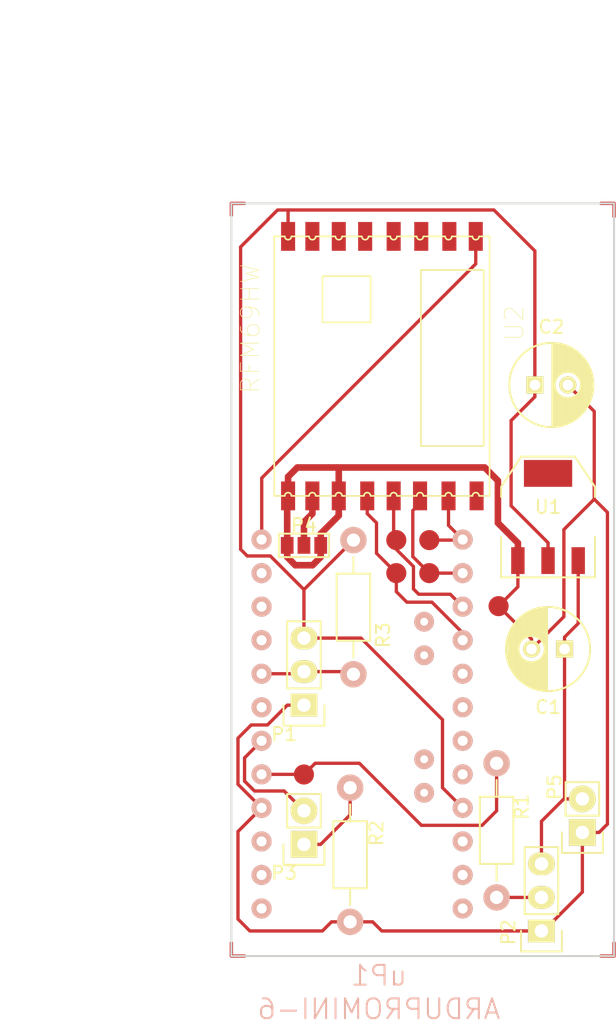
<source format=kicad_pcb>
(kicad_pcb (version 4) (host pcbnew 4.0.2-stable)

  (general
    (links 37)
    (no_connects 0)
    (area 23.100001 32.75 71.89881 110.145)
    (thickness 1.6)
    (drawings 6)
    (tracks 163)
    (zones 0)
    (modules 19)
    (nets 15)
  )

  (page A4)
  (layers
    (0 F.Cu signal)
    (31 B.Cu signal)
    (32 B.Adhes user)
    (33 F.Adhes user)
    (34 B.Paste user)
    (35 F.Paste user)
    (36 B.SilkS user)
    (37 F.SilkS user)
    (38 B.Mask user)
    (39 F.Mask user)
    (40 Dwgs.User user)
    (41 Cmts.User user)
    (42 Eco1.User user)
    (43 Eco2.User user)
    (44 Edge.Cuts user)
    (45 Margin user)
    (46 B.CrtYd user)
    (47 F.CrtYd user)
    (48 B.Fab user)
    (49 F.Fab user)
  )

  (setup
    (last_trace_width 0.25)
    (trace_clearance 0.2)
    (zone_clearance 0.508)
    (zone_45_only no)
    (trace_min 0.2)
    (segment_width 0.2)
    (edge_width 0.15)
    (via_size 0.6)
    (via_drill 0.4)
    (via_min_size 0.4)
    (via_min_drill 0.3)
    (uvia_size 0.3)
    (uvia_drill 0.1)
    (uvias_allowed no)
    (uvia_min_size 0.2)
    (uvia_min_drill 0.1)
    (pcb_text_width 0.3)
    (pcb_text_size 1.5 1.5)
    (mod_edge_width 0.15)
    (mod_text_size 1 1)
    (mod_text_width 0.15)
    (pad_size 1.524 1.524)
    (pad_drill 0.762)
    (pad_to_mask_clearance 0.2)
    (aux_axis_origin 0 0)
    (visible_elements FFFFFF7F)
    (pcbplotparams
      (layerselection 0x00030_80000001)
      (usegerberextensions false)
      (excludeedgelayer true)
      (linewidth 1.000000)
      (plotframeref false)
      (viasonmask false)
      (mode 1)
      (useauxorigin false)
      (hpglpennumber 1)
      (hpglpenspeed 20)
      (hpglpendiameter 15)
      (hpglpenoverlay 2)
      (psnegative false)
      (psa4output false)
      (plotreference true)
      (plotvalue true)
      (plotinvisibletext false)
      (padsonsilk false)
      (subtractmaskfromsilk false)
      (outputformat 1)
      (mirror false)
      (drillshape 1)
      (scaleselection 1)
      (outputdirectory ""))
  )

  (net 0 "")
  (net 1 GND)
  (net 2 +5V)
  (net 3 "Net-(C2-Pad1)")
  (net 4 "Net-(P1-Pad2)")
  (net 5 "Net-(P2-Pad2)")
  (net 6 "Net-(P3-Pad1)")
  (net 7 "Net-(P3-Pad2)")
  (net 8 "Net-(P4-Pad2)")
  (net 9 "Net-(R1-Pad1)")
  (net 10 "Net-(U2-PadRESE)")
  (net 11 "Net-(U2-PadSCK)")
  (net 12 "Net-(U2-PadMISO)")
  (net 13 "Net-(U2-PadMOSI)")
  (net 14 "Net-(U2-PadNSS)")

  (net_class Default "This is the default net class."
    (clearance 0.2)
    (trace_width 0.25)
    (via_dia 0.6)
    (via_drill 0.4)
    (uvia_dia 0.3)
    (uvia_drill 0.1)
    (add_net +5V)
    (add_net GND)
    (add_net "Net-(C2-Pad1)")
    (add_net "Net-(P1-Pad2)")
    (add_net "Net-(P2-Pad2)")
    (add_net "Net-(P3-Pad1)")
    (add_net "Net-(P3-Pad2)")
    (add_net "Net-(P4-Pad2)")
    (add_net "Net-(R1-Pad1)")
    (add_net "Net-(U2-PadMISO)")
    (add_net "Net-(U2-PadMOSI)")
    (add_net "Net-(U2-PadNSS)")
    (add_net "Net-(U2-PadRESE)")
    (add_net "Net-(U2-PadSCK)")
  )

  (net_class RF ""
    (clearance 0.2)
    (trace_width 0.5)
    (via_dia 0.6)
    (via_drill 0.4)
    (uvia_dia 0.3)
    (uvia_drill 0.1)
  )

  (module ArduProMiniTKB:ArduProMini-6 (layer B.Cu) (tedit 5767CBCA) (tstamp 575FD055)
    (at 40.75 107.55)
    (path /575F2622)
    (fp_text reference uP1 (at 11.43 -1.27) (layer B.SilkS)
      (effects (font (size 1.5 1.5) (thickness 0.15)) (justify mirror))
    )
    (fp_text value ARDUPROMINI-6 (at 11.43 1.27) (layer B.SilkS)
      (effects (font (size 1.5 1.5) (thickness 0.15)) (justify mirror))
    )
    (pad 7 thru_hole circle (at 2.54 -6.35) (size 1.524 1.524) (drill 0.762) (layers *.Cu *.Mask B.SilkS))
    (pad 8 thru_hole circle (at 2.54 -8.89) (size 1.524 1.524) (drill 0.762) (layers *.Cu *.Mask B.SilkS))
    (pad 9 thru_hole circle (at 2.54 -11.43) (size 1.524 1.524) (drill 0.762) (layers *.Cu *.Mask B.SilkS))
    (pad 10 thru_hole circle (at 2.54 -13.97) (size 1.524 1.524) (drill 0.762) (layers *.Cu *.Mask B.SilkS)
      (net 1 GND))
    (pad 11 thru_hole circle (at 2.54 -16.51) (size 1.524 1.524) (drill 0.762) (layers *.Cu *.Mask B.SilkS)
      (net 9 "Net-(R1-Pad1)"))
    (pad 12 thru_hole circle (at 2.54 -19.05) (size 1.524 1.524) (drill 0.762) (layers *.Cu *.Mask B.SilkS)
      (net 7 "Net-(P3-Pad2)"))
    (pad 13 thru_hole circle (at 2.54 -21.59) (size 1.524 1.524) (drill 0.762) (layers *.Cu *.Mask B.SilkS))
    (pad 14 thru_hole circle (at 2.54 -24.13) (size 1.524 1.524) (drill 0.762) (layers *.Cu *.Mask B.SilkS)
      (net 4 "Net-(P1-Pad2)"))
    (pad 15 thru_hole circle (at 2.54 -26.67) (size 1.524 1.524) (drill 0.762) (layers *.Cu *.Mask B.SilkS))
    (pad 16 thru_hole circle (at 2.54 -29.21) (size 1.524 1.524) (drill 0.762) (layers *.Cu *.Mask B.SilkS))
    (pad 17 thru_hole circle (at 2.54 -31.75) (size 1.524 1.524) (drill 0.762) (layers *.Cu *.Mask B.SilkS))
    (pad 18 thru_hole circle (at 2.54 -34.29) (size 1.524 1.524) (drill 0.762) (layers *.Cu *.Mask B.SilkS)
      (net 10 "Net-(U2-PadRESE)"))
    (pad 19 thru_hole circle (at 17.78 -6.35) (size 1.524 1.524) (drill 0.762) (layers *.Cu *.Mask B.SilkS))
    (pad 20 thru_hole circle (at 17.78 -8.89) (size 1.524 1.524) (drill 0.762) (layers *.Cu *.Mask B.SilkS))
    (pad 21 thru_hole circle (at 17.78 -11.43) (size 1.524 1.524) (drill 0.762) (layers *.Cu *.Mask B.SilkS))
    (pad 22 thru_hole circle (at 17.78 -13.97) (size 1.524 1.524) (drill 0.762) (layers *.Cu *.Mask B.SilkS)
      (net 3 "Net-(C2-Pad1)"))
    (pad 23 thru_hole circle (at 17.78 -16.51) (size 1.524 1.524) (drill 0.762) (layers *.Cu *.Mask B.SilkS))
    (pad 24 thru_hole circle (at 17.78 -19.05) (size 1.524 1.524) (drill 0.762) (layers *.Cu *.Mask B.SilkS))
    (pad 25 thru_hole circle (at 17.78 -21.59) (size 1.524 1.524) (drill 0.762) (layers *.Cu *.Mask B.SilkS))
    (pad 26 thru_hole circle (at 17.78 -24.13) (size 1.524 1.524) (drill 0.762) (layers *.Cu *.Mask B.SilkS))
    (pad 27 thru_hole circle (at 17.78 -26.67) (size 1.524 1.524) (drill 0.762) (layers *.Cu *.Mask B.SilkS)
      (net 11 "Net-(U2-PadSCK)"))
    (pad 28 thru_hole circle (at 17.78 -29.21) (size 1.524 1.524) (drill 0.762) (layers *.Cu *.Mask B.SilkS)
      (net 12 "Net-(U2-PadMISO)"))
    (pad 29 thru_hole circle (at 17.78 -31.75) (size 1.524 1.524) (drill 0.762) (layers *.Cu *.Mask B.SilkS)
      (net 13 "Net-(U2-PadMOSI)"))
    (pad 30 thru_hole circle (at 17.78 -34.29) (size 1.524 1.524) (drill 0.762) (layers *.Cu *.Mask B.SilkS)
      (net 14 "Net-(U2-PadNSS)"))
    (pad 31 thru_hole circle (at 14.859 -15.113) (size 1.5 1.5) (drill 0.6) (layers *.Cu *.Mask B.SilkS))
    (pad 32 thru_hole circle (at 14.859 -17.653) (size 1.5 1.5) (drill 0.6) (layers *.Cu *.Mask B.SilkS))
    (pad 34 thru_hole circle (at 14.859 -25.527) (size 1.5 1.5) (drill 0.6) (layers *.Cu *.Mask B.SilkS))
    (pad 35 thru_hole circle (at 14.859 -28.067) (size 1.5 1.5) (drill 0.6) (layers *.Cu *.Mask B.SilkS))
  )

  (module Measurement_Points:Measurement_Point_Round-SMD-Pad_Small (layer F.Cu) (tedit 5767CDD2) (tstamp 575FD069)
    (at 53.5 73.3)
    (descr "Mesurement Point, Round, SMD Pad, DM 1.5mm,")
    (tags "Mesurement Point, Round, SMD Pad, DM 1.5mm,")
    (path /575FCAC3)
    (fp_text reference "" (at 0 -1.3) (layer F.SilkS)
      (effects (font (size 1 1) (thickness 0.15)))
    )
    (fp_text value "" (at -1.5 4.2 90) (layer F.Fab)
      (effects (font (size 1 1) (thickness 0.15)))
    )
    (pad 1 smd circle (at 0 0) (size 1.524 1.524) (layers F.Cu F.Paste F.Mask)
      (net 12 "Net-(U2-PadMISO)"))
  )

  (module Resistors_ThroughHole:Resistor_Horizontal_RM10mm (layer F.Cu) (tedit 5767CCAF) (tstamp 575FD00D)
    (at 61.1 90.2 270)
    (descr "Resistor, Axial,  RM 10mm, 1/3W")
    (tags "Resistor Axial RM 10mm 1/3W")
    (path /575FC5F1)
    (fp_text reference R1 (at 3.3 -1.9 270) (layer F.SilkS)
      (effects (font (size 1 1) (thickness 0.15)))
    )
    (fp_text value 470 (at 5.3 0.1 270) (layer F.Fab)
      (effects (font (size 1 1) (thickness 0.15)))
    )
    (fp_line (start -1.25 -1.5) (end 11.4 -1.5) (layer F.CrtYd) (width 0.05))
    (fp_line (start -1.25 1.5) (end -1.25 -1.5) (layer F.CrtYd) (width 0.05))
    (fp_line (start 11.4 -1.5) (end 11.4 1.5) (layer F.CrtYd) (width 0.05))
    (fp_line (start -1.25 1.5) (end 11.4 1.5) (layer F.CrtYd) (width 0.05))
    (fp_line (start 2.54 -1.27) (end 7.62 -1.27) (layer F.SilkS) (width 0.15))
    (fp_line (start 7.62 -1.27) (end 7.62 1.27) (layer F.SilkS) (width 0.15))
    (fp_line (start 7.62 1.27) (end 2.54 1.27) (layer F.SilkS) (width 0.15))
    (fp_line (start 2.54 1.27) (end 2.54 -1.27) (layer F.SilkS) (width 0.15))
    (fp_line (start 2.54 0) (end 1.27 0) (layer F.SilkS) (width 0.15))
    (fp_line (start 7.62 0) (end 8.89 0) (layer F.SilkS) (width 0.15))
    (pad 1 thru_hole circle (at 0 0 270) (size 1.99898 1.99898) (drill 1.00076) (layers *.Cu *.SilkS *.Mask)
      (net 9 "Net-(R1-Pad1)"))
    (pad 2 thru_hole circle (at 10.16 0 270) (size 1.99898 1.99898) (drill 1.00076) (layers *.Cu *.SilkS *.Mask)
      (net 5 "Net-(P2-Pad2)"))
    (model Resistors_ThroughHole.3dshapes/Resistor_Horizontal_RM10mm.wrl
      (at (xyz 0 0 0))
      (scale (xyz 0.4 0.4 0.4))
      (rotate (xyz 0 0 0))
    )
  )

  (module Pin_Headers:Pin_Header_Straight_1x03 (layer F.Cu) (tedit 5767CC99) (tstamp 575FCFF5)
    (at 64.5 102.9 180)
    (descr "Through hole pin header")
    (tags "pin header")
    (path /575FC5BE)
    (fp_text reference P2 (at 2.5 -0.1 450) (layer F.SilkS)
      (effects (font (size 1 1) (thickness 0.15)))
    )
    (fp_text value CONN_PIR (at -2.5 1.9 270) (layer F.Fab)
      (effects (font (size 1 1) (thickness 0.15)))
    )
    (fp_line (start -1.75 -1.75) (end -1.75 6.85) (layer F.CrtYd) (width 0.05))
    (fp_line (start 1.75 -1.75) (end 1.75 6.85) (layer F.CrtYd) (width 0.05))
    (fp_line (start -1.75 -1.75) (end 1.75 -1.75) (layer F.CrtYd) (width 0.05))
    (fp_line (start -1.75 6.85) (end 1.75 6.85) (layer F.CrtYd) (width 0.05))
    (fp_line (start -1.27 1.27) (end -1.27 6.35) (layer F.SilkS) (width 0.15))
    (fp_line (start -1.27 6.35) (end 1.27 6.35) (layer F.SilkS) (width 0.15))
    (fp_line (start 1.27 6.35) (end 1.27 1.27) (layer F.SilkS) (width 0.15))
    (fp_line (start 1.55 -1.55) (end 1.55 0) (layer F.SilkS) (width 0.15))
    (fp_line (start 1.27 1.27) (end -1.27 1.27) (layer F.SilkS) (width 0.15))
    (fp_line (start -1.55 0) (end -1.55 -1.55) (layer F.SilkS) (width 0.15))
    (fp_line (start -1.55 -1.55) (end 1.55 -1.55) (layer F.SilkS) (width 0.15))
    (pad 1 thru_hole rect (at 0 0 180) (size 2.032 1.7272) (drill 1.016) (layers *.Cu *.Mask F.SilkS)
      (net 1 GND))
    (pad 2 thru_hole oval (at 0 2.54 180) (size 2.032 1.7272) (drill 1.016) (layers *.Cu *.Mask F.SilkS)
      (net 5 "Net-(P2-Pad2)"))
    (pad 3 thru_hole oval (at 0 5.08 180) (size 2.032 1.7272) (drill 1.016) (layers *.Cu *.Mask F.SilkS)
      (net 2 +5V))
    (model Pin_Headers.3dshapes/Pin_Header_Straight_1x03.wrl
      (at (xyz 0 -0.1 0))
      (scale (xyz 1 1 1))
      (rotate (xyz 0 0 90))
    )
  )

  (module Capacitors_ThroughHole:C_Radial_D6.3_L11.2_P2.5 (layer F.Cu) (tedit 0) (tstamp 575FCFE1)
    (at 66.25 81.55 180)
    (descr "Radial Electrolytic Capacitor, Diameter 6.3mm x Length 11.2mm, Pitch 2.5mm")
    (tags "Electrolytic Capacitor")
    (path /575FBCE7)
    (fp_text reference C1 (at 1.25 -4.4 180) (layer F.SilkS)
      (effects (font (size 1 1) (thickness 0.15)))
    )
    (fp_text value 10uF (at 1.25 4.4 180) (layer F.Fab)
      (effects (font (size 1 1) (thickness 0.15)))
    )
    (fp_line (start 1.325 -3.149) (end 1.325 3.149) (layer F.SilkS) (width 0.15))
    (fp_line (start 1.465 -3.143) (end 1.465 3.143) (layer F.SilkS) (width 0.15))
    (fp_line (start 1.605 -3.13) (end 1.605 -0.446) (layer F.SilkS) (width 0.15))
    (fp_line (start 1.605 0.446) (end 1.605 3.13) (layer F.SilkS) (width 0.15))
    (fp_line (start 1.745 -3.111) (end 1.745 -0.656) (layer F.SilkS) (width 0.15))
    (fp_line (start 1.745 0.656) (end 1.745 3.111) (layer F.SilkS) (width 0.15))
    (fp_line (start 1.885 -3.085) (end 1.885 -0.789) (layer F.SilkS) (width 0.15))
    (fp_line (start 1.885 0.789) (end 1.885 3.085) (layer F.SilkS) (width 0.15))
    (fp_line (start 2.025 -3.053) (end 2.025 -0.88) (layer F.SilkS) (width 0.15))
    (fp_line (start 2.025 0.88) (end 2.025 3.053) (layer F.SilkS) (width 0.15))
    (fp_line (start 2.165 -3.014) (end 2.165 -0.942) (layer F.SilkS) (width 0.15))
    (fp_line (start 2.165 0.942) (end 2.165 3.014) (layer F.SilkS) (width 0.15))
    (fp_line (start 2.305 -2.968) (end 2.305 -0.981) (layer F.SilkS) (width 0.15))
    (fp_line (start 2.305 0.981) (end 2.305 2.968) (layer F.SilkS) (width 0.15))
    (fp_line (start 2.445 -2.915) (end 2.445 -0.998) (layer F.SilkS) (width 0.15))
    (fp_line (start 2.445 0.998) (end 2.445 2.915) (layer F.SilkS) (width 0.15))
    (fp_line (start 2.585 -2.853) (end 2.585 -0.996) (layer F.SilkS) (width 0.15))
    (fp_line (start 2.585 0.996) (end 2.585 2.853) (layer F.SilkS) (width 0.15))
    (fp_line (start 2.725 -2.783) (end 2.725 -0.974) (layer F.SilkS) (width 0.15))
    (fp_line (start 2.725 0.974) (end 2.725 2.783) (layer F.SilkS) (width 0.15))
    (fp_line (start 2.865 -2.704) (end 2.865 -0.931) (layer F.SilkS) (width 0.15))
    (fp_line (start 2.865 0.931) (end 2.865 2.704) (layer F.SilkS) (width 0.15))
    (fp_line (start 3.005 -2.616) (end 3.005 -0.863) (layer F.SilkS) (width 0.15))
    (fp_line (start 3.005 0.863) (end 3.005 2.616) (layer F.SilkS) (width 0.15))
    (fp_line (start 3.145 -2.516) (end 3.145 -0.764) (layer F.SilkS) (width 0.15))
    (fp_line (start 3.145 0.764) (end 3.145 2.516) (layer F.SilkS) (width 0.15))
    (fp_line (start 3.285 -2.404) (end 3.285 -0.619) (layer F.SilkS) (width 0.15))
    (fp_line (start 3.285 0.619) (end 3.285 2.404) (layer F.SilkS) (width 0.15))
    (fp_line (start 3.425 -2.279) (end 3.425 -0.38) (layer F.SilkS) (width 0.15))
    (fp_line (start 3.425 0.38) (end 3.425 2.279) (layer F.SilkS) (width 0.15))
    (fp_line (start 3.565 -2.136) (end 3.565 2.136) (layer F.SilkS) (width 0.15))
    (fp_line (start 3.705 -1.974) (end 3.705 1.974) (layer F.SilkS) (width 0.15))
    (fp_line (start 3.845 -1.786) (end 3.845 1.786) (layer F.SilkS) (width 0.15))
    (fp_line (start 3.985 -1.563) (end 3.985 1.563) (layer F.SilkS) (width 0.15))
    (fp_line (start 4.125 -1.287) (end 4.125 1.287) (layer F.SilkS) (width 0.15))
    (fp_line (start 4.265 -0.912) (end 4.265 0.912) (layer F.SilkS) (width 0.15))
    (fp_circle (center 2.5 0) (end 2.5 -1) (layer F.SilkS) (width 0.15))
    (fp_circle (center 1.25 0) (end 1.25 -3.1875) (layer F.SilkS) (width 0.15))
    (fp_circle (center 1.25 0) (end 1.25 -3.4) (layer F.CrtYd) (width 0.05))
    (pad 2 thru_hole circle (at 2.5 0 180) (size 1.3 1.3) (drill 0.8) (layers *.Cu *.Mask F.SilkS)
      (net 1 GND))
    (pad 1 thru_hole rect (at 0 0 180) (size 1.3 1.3) (drill 0.8) (layers *.Cu *.Mask F.SilkS)
      (net 2 +5V))
    (model Capacitors_ThroughHole.3dshapes/C_Radial_D6.3_L11.2_P2.5.wrl
      (at (xyz 0 0 0))
      (scale (xyz 1 1 1))
      (rotate (xyz 0 0 0))
    )
  )

  (module Capacitors_ThroughHole:C_Radial_D6.3_L11.2_P2.5 (layer F.Cu) (tedit 0) (tstamp 575FCFE7)
    (at 64 61.55)
    (descr "Radial Electrolytic Capacitor, Diameter 6.3mm x Length 11.2mm, Pitch 2.5mm")
    (tags "Electrolytic Capacitor")
    (path /575FBD81)
    (fp_text reference C2 (at 1.25 -4.4) (layer F.SilkS)
      (effects (font (size 1 1) (thickness 0.15)))
    )
    (fp_text value 100uF (at 1.25 4.4) (layer F.Fab)
      (effects (font (size 1 1) (thickness 0.15)))
    )
    (fp_line (start 1.325 -3.149) (end 1.325 3.149) (layer F.SilkS) (width 0.15))
    (fp_line (start 1.465 -3.143) (end 1.465 3.143) (layer F.SilkS) (width 0.15))
    (fp_line (start 1.605 -3.13) (end 1.605 -0.446) (layer F.SilkS) (width 0.15))
    (fp_line (start 1.605 0.446) (end 1.605 3.13) (layer F.SilkS) (width 0.15))
    (fp_line (start 1.745 -3.111) (end 1.745 -0.656) (layer F.SilkS) (width 0.15))
    (fp_line (start 1.745 0.656) (end 1.745 3.111) (layer F.SilkS) (width 0.15))
    (fp_line (start 1.885 -3.085) (end 1.885 -0.789) (layer F.SilkS) (width 0.15))
    (fp_line (start 1.885 0.789) (end 1.885 3.085) (layer F.SilkS) (width 0.15))
    (fp_line (start 2.025 -3.053) (end 2.025 -0.88) (layer F.SilkS) (width 0.15))
    (fp_line (start 2.025 0.88) (end 2.025 3.053) (layer F.SilkS) (width 0.15))
    (fp_line (start 2.165 -3.014) (end 2.165 -0.942) (layer F.SilkS) (width 0.15))
    (fp_line (start 2.165 0.942) (end 2.165 3.014) (layer F.SilkS) (width 0.15))
    (fp_line (start 2.305 -2.968) (end 2.305 -0.981) (layer F.SilkS) (width 0.15))
    (fp_line (start 2.305 0.981) (end 2.305 2.968) (layer F.SilkS) (width 0.15))
    (fp_line (start 2.445 -2.915) (end 2.445 -0.998) (layer F.SilkS) (width 0.15))
    (fp_line (start 2.445 0.998) (end 2.445 2.915) (layer F.SilkS) (width 0.15))
    (fp_line (start 2.585 -2.853) (end 2.585 -0.996) (layer F.SilkS) (width 0.15))
    (fp_line (start 2.585 0.996) (end 2.585 2.853) (layer F.SilkS) (width 0.15))
    (fp_line (start 2.725 -2.783) (end 2.725 -0.974) (layer F.SilkS) (width 0.15))
    (fp_line (start 2.725 0.974) (end 2.725 2.783) (layer F.SilkS) (width 0.15))
    (fp_line (start 2.865 -2.704) (end 2.865 -0.931) (layer F.SilkS) (width 0.15))
    (fp_line (start 2.865 0.931) (end 2.865 2.704) (layer F.SilkS) (width 0.15))
    (fp_line (start 3.005 -2.616) (end 3.005 -0.863) (layer F.SilkS) (width 0.15))
    (fp_line (start 3.005 0.863) (end 3.005 2.616) (layer F.SilkS) (width 0.15))
    (fp_line (start 3.145 -2.516) (end 3.145 -0.764) (layer F.SilkS) (width 0.15))
    (fp_line (start 3.145 0.764) (end 3.145 2.516) (layer F.SilkS) (width 0.15))
    (fp_line (start 3.285 -2.404) (end 3.285 -0.619) (layer F.SilkS) (width 0.15))
    (fp_line (start 3.285 0.619) (end 3.285 2.404) (layer F.SilkS) (width 0.15))
    (fp_line (start 3.425 -2.279) (end 3.425 -0.38) (layer F.SilkS) (width 0.15))
    (fp_line (start 3.425 0.38) (end 3.425 2.279) (layer F.SilkS) (width 0.15))
    (fp_line (start 3.565 -2.136) (end 3.565 2.136) (layer F.SilkS) (width 0.15))
    (fp_line (start 3.705 -1.974) (end 3.705 1.974) (layer F.SilkS) (width 0.15))
    (fp_line (start 3.845 -1.786) (end 3.845 1.786) (layer F.SilkS) (width 0.15))
    (fp_line (start 3.985 -1.563) (end 3.985 1.563) (layer F.SilkS) (width 0.15))
    (fp_line (start 4.125 -1.287) (end 4.125 1.287) (layer F.SilkS) (width 0.15))
    (fp_line (start 4.265 -0.912) (end 4.265 0.912) (layer F.SilkS) (width 0.15))
    (fp_circle (center 2.5 0) (end 2.5 -1) (layer F.SilkS) (width 0.15))
    (fp_circle (center 1.25 0) (end 1.25 -3.1875) (layer F.SilkS) (width 0.15))
    (fp_circle (center 1.25 0) (end 1.25 -3.4) (layer F.CrtYd) (width 0.05))
    (pad 2 thru_hole circle (at 2.5 0) (size 1.3 1.3) (drill 0.8) (layers *.Cu *.Mask F.SilkS)
      (net 1 GND))
    (pad 1 thru_hole rect (at 0 0) (size 1.3 1.3) (drill 0.8) (layers *.Cu *.Mask F.SilkS)
      (net 3 "Net-(C2-Pad1)"))
    (model Capacitors_ThroughHole.3dshapes/C_Radial_D6.3_L11.2_P2.5.wrl
      (at (xyz 0 0 0))
      (scale (xyz 1 1 1))
      (rotate (xyz 0 0 0))
    )
  )

  (module Pin_Headers:Pin_Header_Straight_1x03 (layer F.Cu) (tedit 5767CD63) (tstamp 575FCFEE)
    (at 46.5 85.8 180)
    (descr "Through hole pin header")
    (tags "pin header")
    (path /575FBFBE)
    (fp_text reference P1 (at 1.5 -2.2 180) (layer F.SilkS)
      (effects (font (size 1 1) (thickness 0.15)))
    )
    (fp_text value 1WIRE (at -1.5 -2.2 180) (layer F.Fab)
      (effects (font (size 1 1) (thickness 0.15)))
    )
    (fp_line (start -1.75 -1.75) (end -1.75 6.85) (layer F.CrtYd) (width 0.05))
    (fp_line (start 1.75 -1.75) (end 1.75 6.85) (layer F.CrtYd) (width 0.05))
    (fp_line (start -1.75 -1.75) (end 1.75 -1.75) (layer F.CrtYd) (width 0.05))
    (fp_line (start -1.75 6.85) (end 1.75 6.85) (layer F.CrtYd) (width 0.05))
    (fp_line (start -1.27 1.27) (end -1.27 6.35) (layer F.SilkS) (width 0.15))
    (fp_line (start -1.27 6.35) (end 1.27 6.35) (layer F.SilkS) (width 0.15))
    (fp_line (start 1.27 6.35) (end 1.27 1.27) (layer F.SilkS) (width 0.15))
    (fp_line (start 1.55 -1.55) (end 1.55 0) (layer F.SilkS) (width 0.15))
    (fp_line (start 1.27 1.27) (end -1.27 1.27) (layer F.SilkS) (width 0.15))
    (fp_line (start -1.55 0) (end -1.55 -1.55) (layer F.SilkS) (width 0.15))
    (fp_line (start -1.55 -1.55) (end 1.55 -1.55) (layer F.SilkS) (width 0.15))
    (pad 1 thru_hole rect (at 0 0 180) (size 2.032 1.7272) (drill 1.016) (layers *.Cu *.Mask F.SilkS)
      (net 1 GND))
    (pad 2 thru_hole oval (at 0 2.54 180) (size 2.032 1.7272) (drill 1.016) (layers *.Cu *.Mask F.SilkS)
      (net 4 "Net-(P1-Pad2)"))
    (pad 3 thru_hole oval (at 0 5.08 180) (size 2.032 1.7272) (drill 1.016) (layers *.Cu *.Mask F.SilkS)
      (net 3 "Net-(C2-Pad1)"))
    (model Pin_Headers.3dshapes/Pin_Header_Straight_1x03.wrl
      (at (xyz 0 -0.1 0))
      (scale (xyz 1 1 1))
      (rotate (xyz 0 0 90))
    )
  )

  (module Pin_Headers:Pin_Header_Straight_1x02 (layer F.Cu) (tedit 5767CD78) (tstamp 575FCFFB)
    (at 46.5 96.34 180)
    (descr "Through hole pin header")
    (tags "pin header")
    (path /575FC228)
    (fp_text reference P3 (at 1.5 -2.16 180) (layer F.SilkS)
      (effects (font (size 1 1) (thickness 0.15)))
    )
    (fp_text value MTR (at -1 -2.16 180) (layer F.Fab)
      (effects (font (size 1 1) (thickness 0.15)))
    )
    (fp_line (start 1.27 1.27) (end 1.27 3.81) (layer F.SilkS) (width 0.15))
    (fp_line (start 1.55 -1.55) (end 1.55 0) (layer F.SilkS) (width 0.15))
    (fp_line (start -1.75 -1.75) (end -1.75 4.3) (layer F.CrtYd) (width 0.05))
    (fp_line (start 1.75 -1.75) (end 1.75 4.3) (layer F.CrtYd) (width 0.05))
    (fp_line (start -1.75 -1.75) (end 1.75 -1.75) (layer F.CrtYd) (width 0.05))
    (fp_line (start -1.75 4.3) (end 1.75 4.3) (layer F.CrtYd) (width 0.05))
    (fp_line (start 1.27 1.27) (end -1.27 1.27) (layer F.SilkS) (width 0.15))
    (fp_line (start -1.55 0) (end -1.55 -1.55) (layer F.SilkS) (width 0.15))
    (fp_line (start -1.55 -1.55) (end 1.55 -1.55) (layer F.SilkS) (width 0.15))
    (fp_line (start -1.27 1.27) (end -1.27 3.81) (layer F.SilkS) (width 0.15))
    (fp_line (start -1.27 3.81) (end 1.27 3.81) (layer F.SilkS) (width 0.15))
    (pad 1 thru_hole rect (at 0 0 180) (size 2.032 2.032) (drill 1.016) (layers *.Cu *.Mask F.SilkS)
      (net 6 "Net-(P3-Pad1)"))
    (pad 2 thru_hole oval (at 0 2.54 180) (size 2.032 2.032) (drill 1.016) (layers *.Cu *.Mask F.SilkS)
      (net 7 "Net-(P3-Pad2)"))
    (model Pin_Headers.3dshapes/Pin_Header_Straight_1x02.wrl
      (at (xyz 0 -0.05 0))
      (scale (xyz 1 1 1))
      (rotate (xyz 0 0 90))
    )
  )

  (module Pin_Headers:Pin_Header_Straight_1x02 (layer F.Cu) (tedit 5767CC86) (tstamp 575FD007)
    (at 67.6 95.44 180)
    (descr "Through hole pin header")
    (tags "pin header")
    (path /575FD2E0)
    (fp_text reference P5 (at 2.1 3.44 270) (layer F.SilkS)
      (effects (font (size 1 1) (thickness 0.15)))
    )
    (fp_text value CONN_PWR (at -0.4 7.94 270) (layer F.Fab)
      (effects (font (size 1 1) (thickness 0.15)))
    )
    (fp_line (start 1.27 1.27) (end 1.27 3.81) (layer F.SilkS) (width 0.15))
    (fp_line (start 1.55 -1.55) (end 1.55 0) (layer F.SilkS) (width 0.15))
    (fp_line (start -1.75 -1.75) (end -1.75 4.3) (layer F.CrtYd) (width 0.05))
    (fp_line (start 1.75 -1.75) (end 1.75 4.3) (layer F.CrtYd) (width 0.05))
    (fp_line (start -1.75 -1.75) (end 1.75 -1.75) (layer F.CrtYd) (width 0.05))
    (fp_line (start -1.75 4.3) (end 1.75 4.3) (layer F.CrtYd) (width 0.05))
    (fp_line (start 1.27 1.27) (end -1.27 1.27) (layer F.SilkS) (width 0.15))
    (fp_line (start -1.55 0) (end -1.55 -1.55) (layer F.SilkS) (width 0.15))
    (fp_line (start -1.55 -1.55) (end 1.55 -1.55) (layer F.SilkS) (width 0.15))
    (fp_line (start -1.27 1.27) (end -1.27 3.81) (layer F.SilkS) (width 0.15))
    (fp_line (start -1.27 3.81) (end 1.27 3.81) (layer F.SilkS) (width 0.15))
    (pad 1 thru_hole rect (at 0 0 180) (size 2.032 2.032) (drill 1.016) (layers *.Cu *.Mask F.SilkS)
      (net 1 GND))
    (pad 2 thru_hole oval (at 0 2.54 180) (size 2.032 2.032) (drill 1.016) (layers *.Cu *.Mask F.SilkS)
      (net 2 +5V))
    (model Pin_Headers.3dshapes/Pin_Header_Straight_1x02.wrl
      (at (xyz 0 -0.05 0))
      (scale (xyz 1 1 1))
      (rotate (xyz 0 0 90))
    )
  )

  (module Resistors_ThroughHole:Resistor_Horizontal_RM10mm (layer F.Cu) (tedit 5767CCB9) (tstamp 575FD013)
    (at 50 102.21 90)
    (descr "Resistor, Axial,  RM 10mm, 1/3W")
    (tags "Resistor Axial RM 10mm 1/3W")
    (path /575FC3E8)
    (fp_text reference R2 (at 6.71 2 90) (layer F.SilkS)
      (effects (font (size 1 1) (thickness 0.15)))
    )
    (fp_text value 470 (at 5.21 0 90) (layer F.Fab)
      (effects (font (size 1 1) (thickness 0.15)))
    )
    (fp_line (start -1.25 -1.5) (end 11.4 -1.5) (layer F.CrtYd) (width 0.05))
    (fp_line (start -1.25 1.5) (end -1.25 -1.5) (layer F.CrtYd) (width 0.05))
    (fp_line (start 11.4 -1.5) (end 11.4 1.5) (layer F.CrtYd) (width 0.05))
    (fp_line (start -1.25 1.5) (end 11.4 1.5) (layer F.CrtYd) (width 0.05))
    (fp_line (start 2.54 -1.27) (end 7.62 -1.27) (layer F.SilkS) (width 0.15))
    (fp_line (start 7.62 -1.27) (end 7.62 1.27) (layer F.SilkS) (width 0.15))
    (fp_line (start 7.62 1.27) (end 2.54 1.27) (layer F.SilkS) (width 0.15))
    (fp_line (start 2.54 1.27) (end 2.54 -1.27) (layer F.SilkS) (width 0.15))
    (fp_line (start 2.54 0) (end 1.27 0) (layer F.SilkS) (width 0.15))
    (fp_line (start 7.62 0) (end 8.89 0) (layer F.SilkS) (width 0.15))
    (pad 1 thru_hole circle (at 0 0 90) (size 1.99898 1.99898) (drill 1.00076) (layers *.Cu *.SilkS *.Mask)
      (net 1 GND))
    (pad 2 thru_hole circle (at 10.16 0 90) (size 1.99898 1.99898) (drill 1.00076) (layers *.Cu *.SilkS *.Mask)
      (net 6 "Net-(P3-Pad1)"))
    (model Resistors_ThroughHole.3dshapes/Resistor_Horizontal_RM10mm.wrl
      (at (xyz 0 0 0))
      (scale (xyz 0.4 0.4 0.4))
      (rotate (xyz 0 0 0))
    )
  )

  (module Resistors_ThroughHole:Resistor_Horizontal_RM10mm (layer F.Cu) (tedit 5767CDEE) (tstamp 575FD019)
    (at 50.25 73.3 270)
    (descr "Resistor, Axial,  RM 10mm, 1/3W")
    (tags "Resistor Axial RM 10mm 1/3W")
    (path /575FC07B)
    (fp_text reference R3 (at 7.2 -2.25 270) (layer F.SilkS)
      (effects (font (size 1 1) (thickness 0.15)))
    )
    (fp_text value 2.2k (at 5.2 0.25 270) (layer F.Fab)
      (effects (font (size 1 1) (thickness 0.15)))
    )
    (fp_line (start -1.25 -1.5) (end 11.4 -1.5) (layer F.CrtYd) (width 0.05))
    (fp_line (start -1.25 1.5) (end -1.25 -1.5) (layer F.CrtYd) (width 0.05))
    (fp_line (start 11.4 -1.5) (end 11.4 1.5) (layer F.CrtYd) (width 0.05))
    (fp_line (start -1.25 1.5) (end 11.4 1.5) (layer F.CrtYd) (width 0.05))
    (fp_line (start 2.54 -1.27) (end 7.62 -1.27) (layer F.SilkS) (width 0.15))
    (fp_line (start 7.62 -1.27) (end 7.62 1.27) (layer F.SilkS) (width 0.15))
    (fp_line (start 7.62 1.27) (end 2.54 1.27) (layer F.SilkS) (width 0.15))
    (fp_line (start 2.54 1.27) (end 2.54 -1.27) (layer F.SilkS) (width 0.15))
    (fp_line (start 2.54 0) (end 1.27 0) (layer F.SilkS) (width 0.15))
    (fp_line (start 7.62 0) (end 8.89 0) (layer F.SilkS) (width 0.15))
    (pad 1 thru_hole circle (at 0 0 270) (size 1.99898 1.99898) (drill 1.00076) (layers *.Cu *.SilkS *.Mask)
      (net 3 "Net-(C2-Pad1)"))
    (pad 2 thru_hole circle (at 10.16 0 270) (size 1.99898 1.99898) (drill 1.00076) (layers *.Cu *.SilkS *.Mask)
      (net 4 "Net-(P1-Pad2)"))
    (model Resistors_ThroughHole.3dshapes/Resistor_Horizontal_RM10mm.wrl
      (at (xyz 0 0 0))
      (scale (xyz 0.4 0.4 0.4))
      (rotate (xyz 0 0 0))
    )
  )

  (module TO_SOT_Packages_SMD:SOT-223 (layer F.Cu) (tedit 0) (tstamp 575FD021)
    (at 65 71.55)
    (descr "module CMS SOT223 4 pins")
    (tags "CMS SOT")
    (path /575FB9AF)
    (attr smd)
    (fp_text reference U1 (at 0 -0.762) (layer F.SilkS)
      (effects (font (size 1 1) (thickness 0.15)))
    )
    (fp_text value AP1117D33 (at 0 0.762) (layer F.Fab)
      (effects (font (size 1 1) (thickness 0.15)))
    )
    (fp_line (start -3.556 1.524) (end -3.556 4.572) (layer F.SilkS) (width 0.15))
    (fp_line (start -3.556 4.572) (end 3.556 4.572) (layer F.SilkS) (width 0.15))
    (fp_line (start 3.556 4.572) (end 3.556 1.524) (layer F.SilkS) (width 0.15))
    (fp_line (start -3.556 -1.524) (end -3.556 -2.286) (layer F.SilkS) (width 0.15))
    (fp_line (start -3.556 -2.286) (end -2.032 -4.572) (layer F.SilkS) (width 0.15))
    (fp_line (start -2.032 -4.572) (end 2.032 -4.572) (layer F.SilkS) (width 0.15))
    (fp_line (start 2.032 -4.572) (end 3.556 -2.286) (layer F.SilkS) (width 0.15))
    (fp_line (start 3.556 -2.286) (end 3.556 -1.524) (layer F.SilkS) (width 0.15))
    (pad 4 smd rect (at 0 -3.302) (size 3.6576 2.032) (layers F.Cu F.Paste F.Mask))
    (pad 2 smd rect (at 0 3.302) (size 1.016 2.032) (layers F.Cu F.Paste F.Mask)
      (net 3 "Net-(C2-Pad1)"))
    (pad 3 smd rect (at 2.286 3.302) (size 1.016 2.032) (layers F.Cu F.Paste F.Mask)
      (net 2 +5V))
    (pad 1 smd rect (at -2.286 3.302) (size 1.016 2.032) (layers F.Cu F.Paste F.Mask)
      (net 1 GND))
    (model TO_SOT_Packages_SMD.3dshapes/SOT-223.wrl
      (at (xyz 0 0 0))
      (scale (xyz 0.4 0.4 0.4))
      (rotate (xyz 0 0 0))
    )
  )

  (module RFM69HW:RFM (layer F.Cu) (tedit 0) (tstamp 575FD035)
    (at 44.25 50.3 270)
    (path /575F24C0)
    (solder_mask_margin 0.1)
    (attr smd)
    (fp_text reference U2 (at 6.57225 -18.1928 270) (layer F.SilkS)
      (effects (font (size 1.4 1.4) (thickness 0.05)))
    )
    (fp_text value RFM69HW (at 6.985 1.80975 270) (layer F.SilkS)
      (effects (font (size 1.4 1.4) (thickness 0.05)))
    )
    (fp_line (start 0 -16.3175) (end 19.6513 -16.3175) (layer F.SilkS) (width 0.127))
    (fp_line (start 0 0) (end 19.6513 0) (layer F.SilkS) (width 0.127))
    (fp_arc (start 0 -1.0475) (end 0 -0.7975) (angle -180) (layer F.SilkS) (width 0.127))
    (fp_arc (start 0 -2.88875) (end 0 -2.63875) (angle -180) (layer F.SilkS) (width 0.127))
    (fp_arc (start 0 -4.88875) (end 0 -4.63875) (angle -180) (layer F.SilkS) (width 0.127))
    (fp_arc (start 0 -6.88875) (end 0 -6.63875) (angle -180) (layer F.SilkS) (width 0.127))
    (fp_arc (start 0 -9.0475) (end 0 -8.7975) (angle -180) (layer F.SilkS) (width 0.127))
    (fp_arc (start 0 -11.0475) (end 0 -10.7975) (angle -180) (layer F.SilkS) (width 0.127))
    (fp_arc (start 0 -13.2063) (end 0 -12.9563) (angle -180) (layer F.SilkS) (width 0.127))
    (fp_line (start 0 0) (end 0 -0.7975) (layer F.SilkS) (width 0.127))
    (fp_line (start 0 -1.2975) (end 0 -2.63875) (layer F.SilkS) (width 0.127))
    (fp_line (start 0 -3.13875) (end 0 -4.63875) (layer F.SilkS) (width 0.127))
    (fp_line (start 0 -5.13875) (end 0 -6.63875) (layer F.SilkS) (width 0.127))
    (fp_line (start 0 -7.13875) (end 0 -8.7975) (layer F.SilkS) (width 0.127))
    (fp_line (start 0 -9.2975) (end 0 -10.7975) (layer F.SilkS) (width 0.127))
    (fp_line (start 0 -11.2975) (end 0 -12.9563) (layer F.SilkS) (width 0.127))
    (fp_line (start 0 -13.4563) (end 0 -15.02) (layer F.SilkS) (width 0.127))
    (fp_line (start 0 -15.52) (end 0 -16.3175) (layer F.SilkS) (width 0.127))
    (fp_arc (start 19.6513 -1.0475) (end 19.6513 -1.2975) (angle -180) (layer F.SilkS) (width 0.127))
    (fp_arc (start 19.6513 -2.88875) (end 19.6513 -3.13875) (angle -180) (layer F.SilkS) (width 0.127))
    (fp_arc (start 19.6513 -4.88875) (end 19.6513 -5.13875) (angle -180) (layer F.SilkS) (width 0.127))
    (fp_arc (start 19.6513 -7.0475) (end 19.6513 -7.2975) (angle -180) (layer F.SilkS) (width 0.127))
    (fp_arc (start 19.6513 -9.0475) (end 19.6513 -9.2975) (angle -180) (layer F.SilkS) (width 0.127))
    (fp_arc (start 19.6513 -11.0475) (end 19.6513 -11.2975) (angle -180) (layer F.SilkS) (width 0.127))
    (fp_arc (start 19.6513 -13.2063) (end 19.6513 -13.4563) (angle -180) (layer F.SilkS) (width 0.127))
    (fp_line (start 19.6513 0) (end 19.6513 -0.7975) (layer F.SilkS) (width 0.127))
    (fp_line (start 19.6513 -1.2975) (end 19.6513 -2.63875) (layer F.SilkS) (width 0.127))
    (fp_line (start 19.6513 -3.13875) (end 19.6513 -4.63875) (layer F.SilkS) (width 0.127))
    (fp_line (start 19.6513 -5.13875) (end 19.6513 -6.7975) (layer F.SilkS) (width 0.127))
    (fp_line (start 19.6513 -7.2975) (end 19.6513 -8.7975) (layer F.SilkS) (width 0.127))
    (fp_line (start 19.6513 -9.2975) (end 19.6513 -10.7975) (layer F.SilkS) (width 0.127))
    (fp_line (start 19.6513 -11.2975) (end 19.6513 -12.9563) (layer F.SilkS) (width 0.127))
    (fp_line (start 19.6513 -13.4563) (end 19.6513 -15.02) (layer F.SilkS) (width 0.127))
    (fp_line (start 19.6513 -15.52) (end 19.6513 -16.3175) (layer F.SilkS) (width 0.127))
    (fp_arc (start 0 -15.27) (end 0 -15.02) (angle -180) (layer F.SilkS) (width 0.127))
    (fp_arc (start 19.6513 -15.27) (end 19.6513 -15.52) (angle -180) (layer F.SilkS) (width 0.127))
    (fp_line (start 2.54 -15.875) (end 2.54 -11.1125) (layer F.SilkS) (width 0.127))
    (fp_line (start 2.54 -11.1125) (end 15.875 -11.1125) (layer F.SilkS) (width 0.127))
    (fp_line (start 15.875 -11.1125) (end 15.875 -15.875) (layer F.SilkS) (width 0.127))
    (fp_line (start 15.875 -15.875) (end 2.54 -15.875) (layer F.SilkS) (width 0.127))
    (fp_line (start 3.01625 -7.3025) (end 3.01625 -3.65125) (layer F.SilkS) (width 0.127))
    (fp_line (start 3.01625 -3.65125) (end 6.50875 -3.65125) (layer F.SilkS) (width 0.127))
    (fp_line (start 6.50875 -3.81) (end 6.50875 -7.3025) (layer F.SilkS) (width 0.127))
    (fp_line (start 6.50875 -7.3025) (end 3.01625 -7.3025) (layer F.SilkS) (width 0.127))
    (pad RESE smd rect (at 0 -15.27 270) (size 2.1844 1.0668) (layers F.Cu F.Paste F.Mask)
      (net 10 "Net-(U2-PadRESE)") (solder_mask_margin 0.2))
    (pad DIO0 smd rect (at 0 -13.27 270) (size 2.1844 1.0668) (layers F.Cu F.Paste F.Mask)
      (solder_mask_margin 0.2))
    (pad DIO2 smd rect (at 0 -9.0475 270) (size 2.1844 1.0668) (layers F.Cu F.Paste F.Mask)
      (solder_mask_margin 0.2))
    (pad DIO3 smd rect (at 0 -6.88875 270) (size 2.1844 1.0668) (layers F.Cu F.Paste F.Mask)
      (solder_mask_margin 0.2))
    (pad DIO4 smd rect (at 0 -4.88875 270) (size 2.1844 1.0668) (layers F.Cu F.Paste F.Mask)
      (solder_mask_margin 0.2))
    (pad DIO5 smd rect (at 0 -2.88875 270) (size 2.1844 1.0668) (layers F.Cu F.Paste F.Mask)
      (solder_mask_margin 0.2))
    (pad VCC smd rect (at 0 -1.0475 270) (size 2.1844 1.0668) (layers F.Cu F.Paste F.Mask)
      (net 3 "Net-(C2-Pad1)") (solder_mask_margin 0.2))
    (pad GNDB smd rect (at 19.6513 -1.0475 270) (size 2.1844 1.0668) (layers F.Cu F.Paste F.Mask)
      (net 1 GND) (solder_mask_margin 0.2))
    (pad ANT smd rect (at 19.6513 -2.88875 270) (size 2.1844 1.0668) (layers F.Cu F.Paste F.Mask)
      (net 8 "Net-(P4-Pad2)") (solder_mask_margin 0.2))
    (pad GNDA smd rect (at 19.6513 -4.88875 270) (size 2.1844 1.0668) (layers F.Cu F.Paste F.Mask)
      (net 1 GND) (solder_mask_margin 0.2))
    (pad SCK smd rect (at 19.6513 -7.0475 270) (size 2.1844 1.0668) (layers F.Cu F.Paste F.Mask)
      (net 11 "Net-(U2-PadSCK)") (solder_mask_margin 0.2))
    (pad MISO smd rect (at 19.6513 -9.0475 270) (size 2.1844 1.0668) (layers F.Cu F.Paste F.Mask)
      (net 12 "Net-(U2-PadMISO)") (solder_mask_margin 0.2))
    (pad MOSI smd rect (at 19.6513 -11.0475 270) (size 2.1844 1.0668) (layers F.Cu F.Paste F.Mask)
      (net 13 "Net-(U2-PadMOSI)") (solder_mask_margin 0.2))
    (pad NSS smd rect (at 19.6513 -13.2063 270) (size 2.1844 1.0668) (layers F.Cu F.Paste F.Mask)
      (net 14 "Net-(U2-PadNSS)") (solder_mask_margin 0.2))
    (pad NC smd rect (at 19.6513 -15.3338 270) (size 2.1844 1.0668) (layers F.Cu F.Paste F.Mask)
      (solder_mask_margin 0.2))
    (pad DIO1 smd rect (at 0 -11.1425 270) (size 2.1844 1.0668) (layers F.Cu F.Paste F.Mask)
      (solder_mask_margin 0.2))
  )

  (module Measurement_Points:Measurement_Point_Round-SMD-Pad_Small (layer F.Cu) (tedit 5767CD99) (tstamp 575FD05A)
    (at 46.5 91.05)
    (descr "Mesurement Point, Round, SMD Pad, DM 1.5mm,")
    (tags "Mesurement Point, Round, SMD Pad, DM 1.5mm,")
    (path /575FCD88)
    (fp_text reference "" (at 1.5 -1.05) (layer F.SilkS)
      (effects (font (size 1 1) (thickness 0.15)))
    )
    (fp_text value "" (at 1.27 2.54) (layer F.Fab)
      (effects (font (size 1 1) (thickness 0.15)))
    )
    (pad 1 smd circle (at 0 0) (size 1.524 1.524) (layers F.Cu F.Paste F.Mask)
      (net 9 "Net-(R1-Pad1)"))
  )

  (module Measurement_Points:Measurement_Point_Round-SMD-Pad_Small (layer F.Cu) (tedit 5767CDE1) (tstamp 575FD05F)
    (at 61.25 78.3)
    (descr "Mesurement Point, Round, SMD Pad, DM 1.5mm,")
    (tags "Mesurement Point, Round, SMD Pad, DM 1.5mm,")
    (path /575FCD26)
    (fp_text reference "" (at 0 -2.54) (layer F.SilkS)
      (effects (font (size 1 1) (thickness 0.15)))
    )
    (fp_text value "" (at 2.75 1.7) (layer F.Fab)
      (effects (font (size 1 1) (thickness 0.15)))
    )
    (pad 1 smd circle (at 0 0) (size 1.524 1.524) (layers F.Cu F.Paste F.Mask)
      (net 1 GND))
  )

  (module Measurement_Points:Measurement_Point_Round-SMD-Pad_Small (layer F.Cu) (tedit 5767CDCA) (tstamp 575FD064)
    (at 56 73.3)
    (descr "Mesurement Point, Round, SMD Pad, DM 1.5mm,")
    (tags "Mesurement Point, Round, SMD Pad, DM 1.5mm,")
    (path /575FCA12)
    (fp_text reference "" (at 0 -2.54) (layer F.SilkS)
      (effects (font (size 1 1) (thickness 0.15)))
    )
    (fp_text value "" (at 1.27 2.54) (layer F.Fab)
      (effects (font (size 1 1) (thickness 0.15)))
    )
    (pad 1 smd circle (at 0 0) (size 1.524 1.524) (layers F.Cu F.Paste F.Mask)
      (net 14 "Net-(U2-PadNSS)"))
  )

  (module Measurement_Points:Measurement_Point_Round-SMD-Pad_Small (layer F.Cu) (tedit 5767CDCF) (tstamp 575FD06E)
    (at 56 75.8)
    (descr "Mesurement Point, Round, SMD Pad, DM 1.5mm,")
    (tags "Mesurement Point, Round, SMD Pad, DM 1.5mm,")
    (path /575FCA70)
    (fp_text reference "" (at 0 -2.54) (layer F.SilkS)
      (effects (font (size 1 1) (thickness 0.15)))
    )
    (fp_text value "" (at 1.27 2.54) (layer F.Fab)
      (effects (font (size 1 1) (thickness 0.15)))
    )
    (pad 1 smd circle (at 0 0) (size 1.524 1.524) (layers F.Cu F.Paste F.Mask)
      (net 13 "Net-(U2-PadMOSI)"))
  )

  (module Measurement_Points:Measurement_Point_Round-SMD-Pad_Small (layer F.Cu) (tedit 5767CDD7) (tstamp 575FD073)
    (at 53.5 75.8)
    (descr "Mesurement Point, Round, SMD Pad, DM 1.5mm,")
    (tags "Mesurement Point, Round, SMD Pad, DM 1.5mm,")
    (path /575FCB07)
    (fp_text reference "" (at 0 -2.54) (layer F.SilkS)
      (effects (font (size 1 1) (thickness 0.15)))
    )
    (fp_text value "" (at 1.27 2.54) (layer F.Fab)
      (effects (font (size 1 1) (thickness 0.15)))
    )
    (pad 1 smd circle (at 0 0) (size 1.524 1.524) (layers F.Cu F.Paste F.Mask)
      (net 11 "Net-(U2-PadSCK)"))
  )

  (module Connect:GS3 (layer F.Cu) (tedit 5767CDAD) (tstamp 575FEFDD)
    (at 46.5 73.7 90)
    (descr "Pontet Goute de soudure")
    (path /575FF022)
    (attr virtual)
    (fp_text reference P4 (at 1.524 0 180) (layer F.SilkS)
      (effects (font (size 1 1) (thickness 0.15)))
    )
    (fp_text value ANT (at -1.8 0 180) (layer F.Fab)
      (effects (font (size 1 1) (thickness 0.15)))
    )
    (fp_line (start -0.889 -1.905) (end -0.889 1.905) (layer F.SilkS) (width 0.15))
    (fp_line (start -0.889 1.905) (end 0.889 1.905) (layer F.SilkS) (width 0.15))
    (fp_line (start 0.889 1.905) (end 0.889 -1.905) (layer F.SilkS) (width 0.15))
    (fp_line (start -0.889 -1.905) (end 0.889 -1.905) (layer F.SilkS) (width 0.15))
    (pad 1 smd rect (at 0 -1.27 90) (size 1.27 0.9652) (layers F.Cu F.Paste F.Mask)
      (net 1 GND))
    (pad 2 smd rect (at 0 0 90) (size 1.27 0.9652) (layers F.Cu F.Paste F.Mask)
      (net 8 "Net-(P4-Pad2)"))
    (pad 3 smd rect (at 0 1.27 90) (size 1.27 0.9652) (layers F.Cu F.Paste F.Mask)
      (net 1 GND))
  )

  (dimension 57 (width 0.3) (layer Dwgs.User)
    (gr_text "57.000 mm" (at 29.75 76.3 270) (layer Dwgs.User)
      (effects (font (size 1.5 1.5) (thickness 0.3)))
    )
    (feature1 (pts (xy 34 104.8) (xy 28.4 104.8)))
    (feature2 (pts (xy 34 47.8) (xy 28.4 47.8)))
    (crossbar (pts (xy 31.1 47.8) (xy 31.1 104.8)))
    (arrow1a (pts (xy 31.1 104.8) (xy 30.513579 103.673496)))
    (arrow1b (pts (xy 31.1 104.8) (xy 31.686421 103.673496)))
    (arrow2a (pts (xy 31.1 47.8) (xy 30.513579 48.926504)))
    (arrow2b (pts (xy 31.1 47.8) (xy 31.686421 48.926504)))
  )
  (dimension 29 (width 0.3) (layer Dwgs.User)
    (gr_text "29.000 mm" (at 55.5 34.25) (layer Dwgs.User)
      (effects (font (size 1.5 1.5) (thickness 0.3)))
    )
    (feature1 (pts (xy 70 37) (xy 70 32.9)))
    (feature2 (pts (xy 41 37) (xy 41 32.9)))
    (crossbar (pts (xy 41 35.6) (xy 70 35.6)))
    (arrow1a (pts (xy 70 35.6) (xy 68.873496 36.186421)))
    (arrow1b (pts (xy 70 35.6) (xy 68.873496 35.013579)))
    (arrow2a (pts (xy 41 35.6) (xy 42.126504 36.186421)))
    (arrow2b (pts (xy 41 35.6) (xy 42.126504 35.013579)))
  )
  (gr_line (start 41 104.8) (end 70 104.8) (angle 90) (layer Edge.Cuts) (width 0.15))
  (gr_line (start 41 47.8) (end 70 47.8) (angle 90) (layer Edge.Cuts) (width 0.15))
  (gr_line (start 70 47.8) (end 70 104.8) (angle 90) (layer Edge.Cuts) (width 0.15) (tstamp 575FCB64))
  (gr_line (start 41 47.8) (end 41 104.8) (angle 90) (layer Edge.Cuts) (width 0.15))

  (segment (start 41 104.8) (end 42 104.8) (width 0.25) (layer F.Cu) (net 0))
  (segment (start 41 103.8) (end 41 104.8) (width 0.25) (layer F.Cu) (net 0))
  (segment (start 70 104.8) (end 69 104.8) (width 0.25) (layer F.Cu) (net 0))
  (segment (start 70 103.8) (end 70 104.8) (width 0.25) (layer F.Cu) (net 0))
  (segment (start 70 47.8) (end 70 48.8) (width 0.25) (layer F.Cu) (net 0))
  (segment (start 69 47.8) (end 70 47.8) (width 0.25) (layer F.Cu) (net 0))
  (segment (start 41 47.8) (end 41 48.7) (width 0.25) (layer F.Cu) (net 0))
  (segment (start 42 47.8) (end 41 47.8) (width 0.25) (layer F.Cu) (net 0))
  (segment (start 49 67.8) (end 48.4 67.8) (width 0.5) (layer F.Cu) (net 1))
  (segment (start 60.2 67.8) (end 49 67.8) (width 0.5) (layer F.Cu) (net 1))
  (segment (start 49 67.8) (end 49.13875 67.93875) (width 0.5) (layer F.Cu) (net 1))
  (segment (start 49.13875 67.93875) (end 49.13875 69.9513) (width 0.5) (layer F.Cu) (net 1))
  (segment (start 62.714 74.852) (end 62.714 73.514) (width 0.5) (layer F.Cu) (net 1))
  (segment (start 62.714 73.514) (end 61.2 72) (width 0.5) (layer F.Cu) (net 1))
  (segment (start 61.2 68.8) (end 60.2 67.8) (width 0.5) (layer F.Cu) (net 1))
  (segment (start 61.2 72) (end 61.2 68.8) (width 0.5) (layer F.Cu) (net 1))
  (segment (start 45.2975 69.9513) (end 45.2975 68.5025) (width 0.5) (layer F.Cu) (net 1))
  (segment (start 45.2975 68.5025) (end 46 67.8) (width 0.5) (layer F.Cu) (net 1))
  (segment (start 46 67.8) (end 48.4 67.8) (width 0.5) (layer F.Cu) (net 1))
  (segment (start 45.845 75.2) (end 47.155 75.2) (width 0.5) (layer F.Cu) (net 1))
  (segment (start 47.155 75.2) (end 47.77 74.585) (width 0.5) (layer F.Cu) (net 1))
  (segment (start 47.77 74.585) (end 47.77 73.7) (width 0.5) (layer F.Cu) (net 1))
  (segment (start 45.23 73.7) (end 45.23 74.585) (width 0.5) (layer F.Cu) (net 1))
  (segment (start 45.23 74.585) (end 45.845 75.2) (width 0.5) (layer F.Cu) (net 1))
  (segment (start 47.77 73.7) (end 47.77 72.815) (width 0.5) (layer F.Cu) (net 1))
  (segment (start 47.77 72.815) (end 49.13875 71.44625) (width 0.5) (layer F.Cu) (net 1))
  (segment (start 49.13875 71.2935) (end 49.13875 69.9513) (width 0.5) (layer F.Cu) (net 1))
  (segment (start 49.13875 71.44625) (end 49.13875 71.2935) (width 0.5) (layer F.Cu) (net 1))
  (segment (start 47.77 73.7) (end 47.77 73.5476) (width 0.25) (layer F.Cu) (net 1))
  (segment (start 45.23 73.7) (end 45.23 70.0188) (width 0.5) (layer F.Cu) (net 1))
  (segment (start 45.23 70.0188) (end 45.2975 69.9513) (width 0.25) (layer F.Cu) (net 1))
  (segment (start 63.75 81.55) (end 66.2 79.1) (width 0.25) (layer F.Cu) (net 1))
  (segment (start 66.2 79.1) (end 66.2 72.5) (width 0.25) (layer F.Cu) (net 1))
  (segment (start 66.2 72.5) (end 68.5 70.2) (width 0.25) (layer F.Cu) (net 1))
  (segment (start 50 102.21) (end 48.586508 102.21) (width 0.25) (layer F.Cu) (net 1))
  (segment (start 48.586508 102.21) (end 47.896508 102.9) (width 0.25) (layer F.Cu) (net 1))
  (segment (start 42.4 102.9) (end 41.5 102) (width 0.25) (layer F.Cu) (net 1))
  (segment (start 47.896508 102.9) (end 42.4 102.9) (width 0.25) (layer F.Cu) (net 1))
  (segment (start 41.5 102) (end 41.5 95.37) (width 0.25) (layer F.Cu) (net 1))
  (segment (start 41.5 95.37) (end 42.528001 94.341999) (width 0.25) (layer F.Cu) (net 1))
  (segment (start 42.528001 94.341999) (end 43.29 93.58) (width 0.25) (layer F.Cu) (net 1))
  (segment (start 50 102.21) (end 51.71 102.21) (width 0.25) (layer F.Cu) (net 1))
  (segment (start 51.71 102.21) (end 52.4 102.9) (width 0.25) (layer F.Cu) (net 1))
  (segment (start 63.234 102.9) (end 64.5 102.9) (width 0.25) (layer F.Cu) (net 1))
  (segment (start 52.4 102.9) (end 63.234 102.9) (width 0.25) (layer F.Cu) (net 1))
  (segment (start 67.6 95.44) (end 68.866 95.44) (width 0.25) (layer F.Cu) (net 1))
  (segment (start 68.866 95.44) (end 69.5 94.806) (width 0.25) (layer F.Cu) (net 1))
  (segment (start 69.5 94.806) (end 69.5 71.2) (width 0.25) (layer F.Cu) (net 1))
  (segment (start 69.5 71.2) (end 68.5 70.2) (width 0.25) (layer F.Cu) (net 1))
  (segment (start 64.5 102.9) (end 64.6524 102.9) (width 0.25) (layer F.Cu) (net 1))
  (segment (start 67.6 96.706) (end 67.6 95.44) (width 0.25) (layer F.Cu) (net 1))
  (segment (start 64.6524 102.9) (end 67.6 99.9524) (width 0.25) (layer F.Cu) (net 1))
  (segment (start 67.6 99.9524) (end 67.6 96.706) (width 0.25) (layer F.Cu) (net 1))
  (segment (start 67.149999 62.199999) (end 66.5 61.55) (width 0.25) (layer F.Cu) (net 1))
  (segment (start 68.5 70.2) (end 68.5 63.55) (width 0.25) (layer F.Cu) (net 1))
  (segment (start 68.5 63.55) (end 67.149999 62.199999) (width 0.25) (layer F.Cu) (net 1))
  (segment (start 46.5 85.8) (end 45.234 85.8) (width 0.25) (layer F.Cu) (net 1))
  (segment (start 45.234 85.8) (end 43.734 87.3) (width 0.25) (layer F.Cu) (net 1))
  (segment (start 43.734 87.3) (end 42.5 87.3) (width 0.25) (layer F.Cu) (net 1))
  (segment (start 42.5 87.3) (end 41.5 88.3) (width 0.25) (layer F.Cu) (net 1))
  (segment (start 41.5 88.3) (end 41.5 91.79) (width 0.25) (layer F.Cu) (net 1))
  (segment (start 41.5 91.79) (end 42.528001 92.818001) (width 0.25) (layer F.Cu) (net 1))
  (segment (start 42.528001 92.818001) (end 43.29 93.58) (width 0.25) (layer F.Cu) (net 1))
  (segment (start 62.714 74.852) (end 62.714 76.836) (width 0.25) (layer F.Cu) (net 1))
  (segment (start 62.714 76.836) (end 61.25 78.3) (width 0.25) (layer F.Cu) (net 1))
  (segment (start 61.25 78.3) (end 63.75 80.8) (width 0.25) (layer F.Cu) (net 1))
  (segment (start 63.75 80.8) (end 63.75 81.55) (width 0.25) (layer F.Cu) (net 1))
  (segment (start 66.25 81.55) (end 66.25 92.9) (width 0.25) (layer F.Cu) (net 2))
  (segment (start 66.25 92.9) (end 67.6 92.9) (width 0.25) (layer F.Cu) (net 2))
  (segment (start 67.6 92.9) (end 66.2 92.9) (width 0.25) (layer F.Cu) (net 2))
  (segment (start 66.2 92.9) (end 64.5 94.6) (width 0.25) (layer F.Cu) (net 2))
  (segment (start 64.5 94.6) (end 64.5 97.82) (width 0.25) (layer F.Cu) (net 2))
  (segment (start 66.25 81.55) (end 66.25 80.65) (width 0.25) (layer F.Cu) (net 2))
  (segment (start 66.25 80.65) (end 67.286 79.614) (width 0.25) (layer F.Cu) (net 2))
  (segment (start 67.286 79.614) (end 67.286 76.118) (width 0.25) (layer F.Cu) (net 2))
  (segment (start 67.286 76.118) (end 67.286 74.852) (width 0.25) (layer F.Cu) (net 2))
  (segment (start 64 61.55) (end 64 62.45) (width 0.25) (layer F.Cu) (net 3))
  (segment (start 65 73.586) (end 65 74.852) (width 0.25) (layer F.Cu) (net 3))
  (segment (start 64 62.45) (end 62.2 64.25) (width 0.25) (layer F.Cu) (net 3))
  (segment (start 62.2 64.25) (end 62.2 70.7) (width 0.25) (layer F.Cu) (net 3))
  (segment (start 62.2 70.7) (end 65 73.5) (width 0.25) (layer F.Cu) (net 3))
  (segment (start 65 73.5) (end 65 73.586) (width 0.25) (layer F.Cu) (net 3))
  (segment (start 46.5 77.05) (end 43.95 74.5) (width 0.25) (layer F.Cu) (net 3))
  (segment (start 43.95 74.5) (end 42.2 74.5) (width 0.25) (layer F.Cu) (net 3))
  (segment (start 42.2 74.5) (end 41.7 74) (width 0.25) (layer F.Cu) (net 3))
  (segment (start 41.7 74) (end 41.7 51.1) (width 0.25) (layer F.Cu) (net 3))
  (segment (start 41.7 51.1) (end 44.5 48.3) (width 0.25) (layer F.Cu) (net 3))
  (segment (start 44.5 48.3) (end 45.3 48.3) (width 0.25) (layer F.Cu) (net 3))
  (segment (start 46.5 80.72) (end 50.82 80.72) (width 0.25) (layer F.Cu) (net 3))
  (segment (start 50.82 80.72) (end 57 86.9) (width 0.25) (layer F.Cu) (net 3))
  (segment (start 57 86.9) (end 57 92.05) (width 0.25) (layer F.Cu) (net 3))
  (segment (start 57 92.05) (end 58.53 93.58) (width 0.25) (layer F.Cu) (net 3))
  (segment (start 45.3 48.3) (end 60.9 48.3) (width 0.25) (layer F.Cu) (net 3))
  (segment (start 45.2975 48.3025) (end 45.3 48.3) (width 0.25) (layer F.Cu) (net 3))
  (segment (start 45.2975 50.3) (end 45.2975 48.3025) (width 0.25) (layer F.Cu) (net 3))
  (segment (start 60.9 48.3) (end 64 51.4) (width 0.25) (layer F.Cu) (net 3))
  (segment (start 64 60.65) (end 64 61.55) (width 0.25) (layer F.Cu) (net 3))
  (segment (start 64 51.4) (end 64 60.65) (width 0.25) (layer F.Cu) (net 3))
  (segment (start 46.5 80.72) (end 46.5 77.05) (width 0.25) (layer F.Cu) (net 3))
  (segment (start 46.5 77.05) (end 50.25 73.3) (width 0.25) (layer F.Cu) (net 3))
  (segment (start 46.5 83.26) (end 50.05 83.26) (width 0.25) (layer F.Cu) (net 4))
  (segment (start 50.05 83.26) (end 50.25 83.46) (width 0.25) (layer F.Cu) (net 4))
  (segment (start 43.29 83.42) (end 46.34 83.42) (width 0.25) (layer F.Cu) (net 4))
  (segment (start 46.34 83.42) (end 46.5 83.26) (width 0.25) (layer F.Cu) (net 4))
  (segment (start 61.1 100.36) (end 64.5 100.36) (width 0.25) (layer F.Cu) (net 5))
  (segment (start 63.84 100.36) (end 64.5 100.36) (width 0.25) (layer F.Cu) (net 5))
  (segment (start 46.5 96.34) (end 47.766 96.34) (width 0.25) (layer F.Cu) (net 6))
  (segment (start 47.766 96.34) (end 50 94.106) (width 0.25) (layer F.Cu) (net 6))
  (segment (start 50 94.106) (end 50 93.463492) (width 0.25) (layer F.Cu) (net 6))
  (segment (start 50 93.463492) (end 50 92.05) (width 0.25) (layer F.Cu) (net 6))
  (segment (start 46.5 93.8) (end 45 92.3) (width 0.25) (layer F.Cu) (net 7))
  (segment (start 45 92.3) (end 42.75 92.3) (width 0.25) (layer F.Cu) (net 7))
  (segment (start 42 91.55) (end 42 89.79) (width 0.25) (layer F.Cu) (net 7))
  (segment (start 42.75 92.3) (end 42 91.55) (width 0.25) (layer F.Cu) (net 7))
  (segment (start 42 89.79) (end 42.528001 89.261999) (width 0.25) (layer F.Cu) (net 7))
  (segment (start 42.528001 89.261999) (end 43.29 88.5) (width 0.25) (layer F.Cu) (net 7))
  (segment (start 47.13875 69.9513) (end 47.13875 71.2935) (width 0.5) (layer F.Cu) (net 8))
  (segment (start 47.13875 71.2935) (end 46.5 71.93225) (width 0.5) (layer F.Cu) (net 8))
  (segment (start 46.5 71.93225) (end 46.5 72.815) (width 0.5) (layer F.Cu) (net 8))
  (segment (start 46.5 72.815) (end 46.5 73.7) (width 0.5) (layer F.Cu) (net 8))
  (segment (start 46.5 91.05) (end 47.35 90.2) (width 0.25) (layer F.Cu) (net 9))
  (segment (start 61.1 91.613492) (end 61.1 90.2) (width 0.25) (layer F.Cu) (net 9))
  (segment (start 47.35 90.2) (end 50.7 90.2) (width 0.25) (layer F.Cu) (net 9))
  (segment (start 50.7 90.2) (end 55.4 94.9) (width 0.25) (layer F.Cu) (net 9))
  (segment (start 55.4 94.9) (end 60 94.9) (width 0.25) (layer F.Cu) (net 9))
  (segment (start 60 94.9) (end 61.1 93.8) (width 0.25) (layer F.Cu) (net 9))
  (segment (start 61.1 93.8) (end 61.1 91.613492) (width 0.25) (layer F.Cu) (net 9))
  (segment (start 43.29 91.04) (end 46.49 91.04) (width 0.25) (layer F.Cu) (net 9))
  (segment (start 46.49 91.04) (end 46.5 91.05) (width 0.25) (layer F.Cu) (net 9))
  (segment (start 43.29 73.26) (end 43.3 73.25) (width 0.25) (layer F.Cu) (net 10))
  (segment (start 43.3 68.6) (end 59.52 52.38) (width 0.25) (layer F.Cu) (net 10))
  (segment (start 43.3 73.25) (end 43.3 68.6) (width 0.25) (layer F.Cu) (net 10))
  (segment (start 59.52 52.38) (end 59.52 50.3) (width 0.25) (layer F.Cu) (net 10))
  (segment (start 53.5 75.8) (end 53.5 77.2) (width 0.25) (layer F.Cu) (net 11))
  (segment (start 53.5 77.2) (end 54.3 78) (width 0.25) (layer F.Cu) (net 11))
  (segment (start 54.3 78) (end 56.2 78) (width 0.25) (layer F.Cu) (net 11))
  (segment (start 56.2 78) (end 58.53 80.33) (width 0.25) (layer F.Cu) (net 11))
  (segment (start 58.53 80.33) (end 58.53 80.88) (width 0.25) (layer F.Cu) (net 11))
  (segment (start 51.2975 69.9513) (end 51.2975 71.2935) (width 0.25) (layer F.Cu) (net 11))
  (segment (start 52 74.3) (end 52.738001 75.038001) (width 0.25) (layer F.Cu) (net 11))
  (segment (start 51.2975 71.2935) (end 52 71.996) (width 0.25) (layer F.Cu) (net 11))
  (segment (start 52 71.996) (end 52 74.3) (width 0.25) (layer F.Cu) (net 11))
  (segment (start 52.738001 75.038001) (end 53.5 75.8) (width 0.25) (layer F.Cu) (net 11))
  (segment (start 53.5 73.3) (end 53.5 74) (width 0.25) (layer F.Cu) (net 12))
  (segment (start 53.5 74) (end 54.8 75.3) (width 0.25) (layer F.Cu) (net 12))
  (segment (start 54.8 75.3) (end 54.8 77) (width 0.25) (layer F.Cu) (net 12))
  (segment (start 54.8 77) (end 55.2 77.4) (width 0.25) (layer F.Cu) (net 12))
  (segment (start 55.2 77.4) (end 57.59 77.4) (width 0.25) (layer F.Cu) (net 12))
  (segment (start 57.59 77.4) (end 57.768001 77.578001) (width 0.25) (layer F.Cu) (net 12))
  (segment (start 57.768001 77.578001) (end 58.53 78.34) (width 0.25) (layer F.Cu) (net 12))
  (segment (start 53.2975 69.9513) (end 53.2975 73.0975) (width 0.25) (layer F.Cu) (net 12))
  (segment (start 53.2975 73.0975) (end 53.5 73.3) (width 0.25) (layer F.Cu) (net 12))
  (segment (start 56 75.8) (end 57.07763 75.8) (width 0.25) (layer F.Cu) (net 13))
  (segment (start 57.07763 75.8) (end 58.53 75.8) (width 0.25) (layer F.Cu) (net 13))
  (segment (start 55.2975 69.9513) (end 55.2975 70.5101) (width 0.25) (layer F.Cu) (net 13))
  (segment (start 55.2975 70.5101) (end 54.75 71.0576) (width 0.25) (layer F.Cu) (net 13))
  (segment (start 54.75 71.0576) (end 54.75 74.55) (width 0.25) (layer F.Cu) (net 13))
  (segment (start 54.75 74.55) (end 55.238001 75.038001) (width 0.25) (layer F.Cu) (net 13))
  (segment (start 55.238001 75.038001) (end 56 75.8) (width 0.25) (layer F.Cu) (net 13))
  (segment (start 57.4563 69.9513) (end 57.4563 72.1863) (width 0.25) (layer F.Cu) (net 14))
  (segment (start 57.4563 72.1863) (end 58.53 73.26) (width 0.25) (layer F.Cu) (net 14))
  (segment (start 56 73.3) (end 58.49 73.3) (width 0.25) (layer F.Cu) (net 14))
  (segment (start 58.49 73.3) (end 58.53 73.26) (width 0.25) (layer F.Cu) (net 14))

)

</source>
